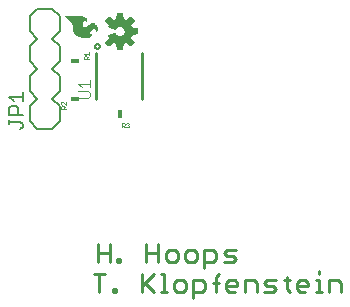
<source format=gbr>
G04 EAGLE Gerber RS-274X export*
G75*
%MOMM*%
%FSLAX34Y34*%
%LPD*%
%INSilkscreen Top*%
%IPPOS*%
%AMOC8*
5,1,8,0,0,1.08239X$1,22.5*%
G01*
%ADD10C,0.279400*%
%ADD11C,0.254000*%
%ADD12C,0.127000*%
%ADD13C,0.076200*%
%ADD14C,0.203200*%
%ADD15R,0.762000X0.457200*%
%ADD16C,0.025400*%
%ADD17R,0.457200X0.762000*%

G36*
X78135Y66930D02*
X78135Y66930D01*
X78243Y66944D01*
X78255Y66950D01*
X78269Y66952D01*
X78365Y67004D01*
X78462Y67051D01*
X78472Y67061D01*
X78484Y67067D01*
X78558Y67147D01*
X78635Y67223D01*
X78641Y67235D01*
X78651Y67246D01*
X78696Y67344D01*
X78744Y67441D01*
X78748Y67459D01*
X78752Y67468D01*
X78754Y67489D01*
X78773Y67586D01*
X79216Y71937D01*
X80375Y72308D01*
X80393Y72318D01*
X80490Y72356D01*
X81572Y72913D01*
X84962Y70149D01*
X85056Y70095D01*
X85148Y70038D01*
X85161Y70035D01*
X85173Y70028D01*
X85280Y70007D01*
X85385Y69982D01*
X85399Y69984D01*
X85413Y69981D01*
X85520Y69996D01*
X85628Y70006D01*
X85641Y70012D01*
X85655Y70014D01*
X85752Y70062D01*
X85851Y70107D01*
X85864Y70118D01*
X85873Y70122D01*
X85888Y70138D01*
X85965Y70200D01*
X88550Y72785D01*
X88613Y72874D01*
X88679Y72959D01*
X88684Y72972D01*
X88692Y72984D01*
X88723Y73087D01*
X88759Y73190D01*
X88759Y73204D01*
X88763Y73217D01*
X88759Y73325D01*
X88760Y73434D01*
X88755Y73447D01*
X88755Y73461D01*
X88717Y73563D01*
X88682Y73665D01*
X88673Y73680D01*
X88669Y73689D01*
X88655Y73706D01*
X88601Y73788D01*
X85837Y77178D01*
X86394Y78260D01*
X86400Y78280D01*
X86442Y78375D01*
X86813Y79534D01*
X91164Y79977D01*
X91268Y80005D01*
X91374Y80030D01*
X91386Y80037D01*
X91399Y80040D01*
X91489Y80101D01*
X91582Y80158D01*
X91590Y80169D01*
X91602Y80177D01*
X91668Y80263D01*
X91737Y80347D01*
X91741Y80360D01*
X91750Y80371D01*
X91784Y80474D01*
X91823Y80575D01*
X91824Y80593D01*
X91828Y80602D01*
X91828Y80624D01*
X91837Y80722D01*
X91837Y84378D01*
X91820Y84485D01*
X91806Y84593D01*
X91800Y84605D01*
X91798Y84619D01*
X91746Y84714D01*
X91699Y84812D01*
X91689Y84822D01*
X91683Y84834D01*
X91603Y84908D01*
X91527Y84985D01*
X91515Y84991D01*
X91505Y85001D01*
X91406Y85046D01*
X91309Y85094D01*
X91291Y85098D01*
X91282Y85102D01*
X91261Y85104D01*
X91164Y85123D01*
X86813Y85566D01*
X86442Y86725D01*
X86433Y86743D01*
X86394Y86840D01*
X85837Y87922D01*
X88601Y91312D01*
X88655Y91406D01*
X88712Y91498D01*
X88715Y91511D01*
X88722Y91523D01*
X88743Y91630D01*
X88768Y91735D01*
X88766Y91749D01*
X88769Y91763D01*
X88754Y91870D01*
X88744Y91978D01*
X88738Y91991D01*
X88736Y92005D01*
X88688Y92102D01*
X88643Y92201D01*
X88632Y92214D01*
X88628Y92223D01*
X88612Y92238D01*
X88550Y92315D01*
X85965Y94900D01*
X85876Y94963D01*
X85791Y95029D01*
X85778Y95034D01*
X85766Y95042D01*
X85663Y95073D01*
X85560Y95109D01*
X85546Y95109D01*
X85533Y95113D01*
X85425Y95109D01*
X85316Y95110D01*
X85303Y95105D01*
X85289Y95105D01*
X85187Y95067D01*
X85085Y95032D01*
X85070Y95023D01*
X85061Y95019D01*
X85044Y95005D01*
X84962Y94951D01*
X81572Y92187D01*
X80490Y92744D01*
X80470Y92750D01*
X80375Y92792D01*
X79216Y93163D01*
X78773Y97514D01*
X78745Y97618D01*
X78720Y97724D01*
X78713Y97736D01*
X78710Y97749D01*
X78649Y97839D01*
X78592Y97932D01*
X78581Y97940D01*
X78573Y97952D01*
X78487Y98018D01*
X78403Y98087D01*
X78390Y98091D01*
X78379Y98100D01*
X78276Y98134D01*
X78175Y98173D01*
X78157Y98174D01*
X78148Y98178D01*
X78126Y98178D01*
X78028Y98187D01*
X74372Y98187D01*
X74265Y98170D01*
X74157Y98156D01*
X74145Y98150D01*
X74131Y98148D01*
X74035Y98096D01*
X73938Y98049D01*
X73928Y98039D01*
X73916Y98033D01*
X73842Y97953D01*
X73765Y97877D01*
X73759Y97865D01*
X73749Y97855D01*
X73704Y97756D01*
X73656Y97659D01*
X73652Y97641D01*
X73648Y97632D01*
X73646Y97611D01*
X73627Y97514D01*
X73184Y93163D01*
X72025Y92792D01*
X72007Y92782D01*
X71910Y92744D01*
X70828Y92187D01*
X67438Y94951D01*
X67344Y95005D01*
X67252Y95062D01*
X67239Y95065D01*
X67227Y95072D01*
X67120Y95093D01*
X67015Y95118D01*
X67001Y95116D01*
X66987Y95119D01*
X66880Y95104D01*
X66772Y95094D01*
X66759Y95088D01*
X66746Y95086D01*
X66648Y95038D01*
X66549Y94993D01*
X66536Y94982D01*
X66527Y94978D01*
X66512Y94962D01*
X66435Y94900D01*
X63850Y92315D01*
X63787Y92226D01*
X63721Y92141D01*
X63716Y92128D01*
X63708Y92116D01*
X63677Y92013D01*
X63641Y91910D01*
X63641Y91896D01*
X63637Y91883D01*
X63641Y91775D01*
X63640Y91666D01*
X63645Y91653D01*
X63645Y91639D01*
X63683Y91537D01*
X63718Y91435D01*
X63727Y91420D01*
X63731Y91411D01*
X63745Y91394D01*
X63799Y91312D01*
X66563Y87922D01*
X66006Y86840D01*
X65989Y86787D01*
X65963Y86738D01*
X65952Y86672D01*
X65931Y86608D01*
X65932Y86552D01*
X65923Y86498D01*
X65934Y86431D01*
X65935Y86364D01*
X65953Y86312D01*
X65962Y86257D01*
X65994Y86197D01*
X66017Y86134D01*
X66051Y86091D01*
X66077Y86042D01*
X66126Y85995D01*
X66168Y85943D01*
X66215Y85913D01*
X66255Y85875D01*
X66360Y85818D01*
X66373Y85810D01*
X66378Y85809D01*
X66385Y85805D01*
X71582Y83652D01*
X71682Y83629D01*
X71780Y83600D01*
X71800Y83601D01*
X71820Y83596D01*
X71922Y83606D01*
X72024Y83611D01*
X72043Y83618D01*
X72063Y83620D01*
X72156Y83662D01*
X72252Y83700D01*
X72267Y83713D01*
X72285Y83721D01*
X72360Y83791D01*
X72438Y83857D01*
X72453Y83878D01*
X72463Y83888D01*
X72475Y83909D01*
X72523Y83978D01*
X73018Y84862D01*
X73645Y85541D01*
X74414Y86055D01*
X75282Y86375D01*
X76199Y86483D01*
X77134Y86370D01*
X78015Y86039D01*
X78792Y85507D01*
X79421Y84806D01*
X79864Y83976D01*
X80098Y83064D01*
X80108Y82123D01*
X79894Y81206D01*
X79469Y80366D01*
X78856Y79652D01*
X78091Y79103D01*
X77217Y78752D01*
X76285Y78619D01*
X75348Y78711D01*
X74460Y79023D01*
X73672Y79538D01*
X73028Y80225D01*
X72522Y81124D01*
X72458Y81203D01*
X72399Y81285D01*
X72382Y81298D01*
X72369Y81314D01*
X72284Y81368D01*
X72201Y81428D01*
X72181Y81434D01*
X72163Y81445D01*
X72065Y81469D01*
X71968Y81499D01*
X71947Y81498D01*
X71926Y81503D01*
X71825Y81494D01*
X71724Y81491D01*
X71698Y81483D01*
X71683Y81482D01*
X71661Y81472D01*
X71582Y81448D01*
X66385Y79295D01*
X66338Y79266D01*
X66286Y79245D01*
X66235Y79202D01*
X66178Y79166D01*
X66143Y79123D01*
X66100Y79087D01*
X66066Y79030D01*
X66023Y78978D01*
X66004Y78926D01*
X65975Y78878D01*
X65961Y78812D01*
X65937Y78749D01*
X65935Y78694D01*
X65924Y78640D01*
X65931Y78573D01*
X65929Y78506D01*
X65945Y78452D01*
X65952Y78397D01*
X65996Y78286D01*
X66000Y78272D01*
X66003Y78268D01*
X66006Y78260D01*
X66563Y77178D01*
X63799Y73788D01*
X63745Y73694D01*
X63688Y73602D01*
X63685Y73589D01*
X63678Y73577D01*
X63657Y73470D01*
X63632Y73365D01*
X63634Y73351D01*
X63631Y73337D01*
X63646Y73230D01*
X63656Y73122D01*
X63662Y73109D01*
X63664Y73096D01*
X63712Y72998D01*
X63757Y72899D01*
X63768Y72886D01*
X63772Y72877D01*
X63788Y72862D01*
X63850Y72785D01*
X66435Y70200D01*
X66524Y70137D01*
X66609Y70071D01*
X66622Y70066D01*
X66634Y70058D01*
X66737Y70027D01*
X66840Y69991D01*
X66854Y69991D01*
X66867Y69987D01*
X66975Y69991D01*
X67084Y69990D01*
X67097Y69995D01*
X67111Y69995D01*
X67213Y70033D01*
X67315Y70068D01*
X67330Y70077D01*
X67339Y70081D01*
X67356Y70095D01*
X67438Y70149D01*
X70828Y72913D01*
X71910Y72356D01*
X71930Y72350D01*
X72025Y72308D01*
X73184Y71937D01*
X73627Y67586D01*
X73655Y67482D01*
X73680Y67376D01*
X73687Y67364D01*
X73690Y67351D01*
X73751Y67261D01*
X73808Y67168D01*
X73819Y67160D01*
X73827Y67148D01*
X73913Y67082D01*
X73997Y67014D01*
X74010Y67009D01*
X74021Y67000D01*
X74124Y66966D01*
X74225Y66927D01*
X74243Y66926D01*
X74252Y66922D01*
X74274Y66923D01*
X74372Y66913D01*
X78028Y66913D01*
X78135Y66930D01*
G37*
G36*
X47654Y76531D02*
X47654Y76531D01*
X47663Y76535D01*
X47675Y76533D01*
X48714Y76740D01*
X48722Y76745D01*
X48733Y76745D01*
X49730Y77103D01*
X49737Y77109D01*
X49748Y77110D01*
X50682Y77612D01*
X50689Y77621D01*
X50701Y77624D01*
X51838Y78531D01*
X51844Y78542D01*
X51857Y78549D01*
X52778Y79675D01*
X52790Y79718D01*
X52806Y79759D01*
X52804Y79764D01*
X52805Y79770D01*
X52784Y79808D01*
X52765Y79848D01*
X52759Y79851D01*
X52757Y79855D01*
X52728Y79863D01*
X52680Y79881D01*
X51800Y79881D01*
X51680Y79897D01*
X51577Y79941D01*
X51237Y80215D01*
X50989Y80576D01*
X50924Y80750D01*
X50866Y81289D01*
X50964Y81818D01*
X51213Y82306D01*
X51864Y83208D01*
X52218Y83620D01*
X52628Y83971D01*
X53086Y84254D01*
X53580Y84460D01*
X53880Y84519D01*
X54183Y84507D01*
X54702Y84350D01*
X55162Y84064D01*
X55532Y83669D01*
X55787Y83188D01*
X55926Y82698D01*
X55983Y82187D01*
X55983Y81584D01*
X55983Y81583D01*
X55992Y81562D01*
X56021Y81493D01*
X56113Y81458D01*
X56123Y81462D01*
X56198Y81496D01*
X56201Y81498D01*
X56202Y81499D01*
X56203Y81500D01*
X56223Y81521D01*
X56226Y81528D01*
X56234Y81532D01*
X56572Y81967D01*
X56576Y81982D01*
X56588Y81994D01*
X56809Y82498D01*
X56809Y82499D01*
X56961Y82855D01*
X57062Y83083D01*
X57063Y83094D01*
X57069Y83103D01*
X57289Y83981D01*
X57288Y83990D01*
X57292Y84000D01*
X57378Y84900D01*
X57374Y84910D01*
X57378Y84922D01*
X57312Y85790D01*
X57306Y85801D01*
X57307Y85814D01*
X57076Y86654D01*
X57068Y86664D01*
X57067Y86677D01*
X56679Y87457D01*
X56671Y87464D01*
X56668Y87475D01*
X56108Y88252D01*
X56101Y88256D01*
X56097Y88265D01*
X55439Y88961D01*
X55428Y88966D01*
X55420Y88977D01*
X54817Y89408D01*
X54802Y89411D01*
X54789Y89423D01*
X54097Y89690D01*
X54081Y89690D01*
X54066Y89698D01*
X53329Y89785D01*
X53314Y89780D01*
X53297Y89784D01*
X52562Y89685D01*
X52549Y89677D01*
X52532Y89677D01*
X51844Y89397D01*
X51835Y89388D01*
X51821Y89385D01*
X50063Y88198D01*
X50058Y88190D01*
X50047Y88186D01*
X48506Y86733D01*
X48071Y86363D01*
X47568Y86123D01*
X47020Y86021D01*
X46464Y86064D01*
X45939Y86250D01*
X45479Y86565D01*
X45114Y86990D01*
X44821Y87533D01*
X44623Y88119D01*
X44526Y88729D01*
X44561Y89440D01*
X44768Y90118D01*
X45133Y90724D01*
X45461Y91037D01*
X45865Y91243D01*
X46281Y91336D01*
X46709Y91336D01*
X47124Y91243D01*
X47262Y91171D01*
X47376Y91053D01*
X47975Y90229D01*
X48046Y90096D01*
X48074Y89958D01*
X48058Y89800D01*
X48072Y89757D01*
X48083Y89712D01*
X48087Y89710D01*
X48088Y89706D01*
X48129Y89686D01*
X48168Y89663D01*
X48172Y89664D01*
X48176Y89662D01*
X48219Y89677D01*
X48263Y89690D01*
X48265Y89693D01*
X48269Y89695D01*
X48288Y89732D01*
X48309Y89768D01*
X48385Y90251D01*
X48384Y90256D01*
X48386Y90261D01*
X48459Y91201D01*
X48456Y91210D01*
X48459Y91221D01*
X48386Y92161D01*
X48381Y92171D01*
X48382Y92183D01*
X48198Y92882D01*
X48190Y92892D01*
X48189Y92906D01*
X47868Y93554D01*
X47859Y93562D01*
X47855Y93576D01*
X47410Y94146D01*
X47399Y94152D01*
X47393Y94164D01*
X46843Y94634D01*
X46831Y94638D01*
X46822Y94649D01*
X46090Y95050D01*
X46077Y95051D01*
X46066Y95060D01*
X45267Y95300D01*
X45254Y95299D01*
X45241Y95305D01*
X44410Y95375D01*
X44404Y95373D01*
X44399Y95375D01*
X29235Y95375D01*
X29230Y95373D01*
X29226Y95375D01*
X29186Y95354D01*
X29144Y95337D01*
X29143Y95332D01*
X29138Y95330D01*
X29125Y95287D01*
X29109Y95245D01*
X29111Y95240D01*
X29109Y95236D01*
X29145Y95166D01*
X29150Y95156D01*
X29151Y95155D01*
X34633Y90283D01*
X35415Y89429D01*
X36004Y88439D01*
X36131Y88088D01*
X36196Y87720D01*
X36196Y85445D01*
X36198Y85440D01*
X36196Y85434D01*
X36320Y84070D01*
X36326Y84060D01*
X36324Y84048D01*
X36692Y82729D01*
X36700Y82721D01*
X36701Y82708D01*
X37301Y81478D01*
X37308Y81471D01*
X37311Y81460D01*
X38128Y80303D01*
X38136Y80298D01*
X38139Y80289D01*
X39111Y79258D01*
X39119Y79254D01*
X39124Y79246D01*
X40231Y78361D01*
X40241Y78359D01*
X40248Y78350D01*
X41929Y77403D01*
X41940Y77402D01*
X41950Y77394D01*
X43774Y76766D01*
X43785Y76767D01*
X43796Y76760D01*
X45703Y76472D01*
X45714Y76475D01*
X45726Y76471D01*
X47654Y76531D01*
G37*
D10*
X57680Y-112903D02*
X57680Y-97904D01*
X57680Y-105404D02*
X67679Y-105404D01*
X67679Y-112903D02*
X67679Y-97904D01*
X74052Y-110403D02*
X74052Y-112903D01*
X74052Y-110403D02*
X76551Y-110403D01*
X76551Y-112903D01*
X74052Y-112903D01*
X98609Y-112903D02*
X98609Y-97904D01*
X98609Y-105404D02*
X108608Y-105404D01*
X108608Y-112903D02*
X108608Y-97904D01*
X117480Y-112903D02*
X122480Y-112903D01*
X124980Y-110403D01*
X124980Y-105404D01*
X122480Y-102904D01*
X117480Y-102904D01*
X114981Y-105404D01*
X114981Y-110403D01*
X117480Y-112903D01*
X133852Y-112903D02*
X138852Y-112903D01*
X141351Y-110403D01*
X141351Y-105404D01*
X138852Y-102904D01*
X133852Y-102904D01*
X131352Y-105404D01*
X131352Y-110403D01*
X133852Y-112903D01*
X147724Y-117903D02*
X147724Y-102904D01*
X155223Y-102904D01*
X157723Y-105404D01*
X157723Y-110403D01*
X155223Y-112903D01*
X147724Y-112903D01*
X164095Y-112903D02*
X171595Y-112903D01*
X174094Y-110403D01*
X171595Y-107903D01*
X166595Y-107903D01*
X164095Y-105404D01*
X166595Y-102904D01*
X174094Y-102904D01*
X58807Y-123304D02*
X58807Y-138303D01*
X53808Y-123304D02*
X63807Y-123304D01*
X70179Y-135803D02*
X70179Y-138303D01*
X70179Y-135803D02*
X72679Y-135803D01*
X72679Y-138303D01*
X70179Y-138303D01*
X94737Y-138303D02*
X94737Y-123304D01*
X94737Y-133303D02*
X104736Y-123304D01*
X97236Y-130804D02*
X104736Y-138303D01*
X111108Y-123304D02*
X113608Y-123304D01*
X113608Y-138303D01*
X111108Y-138303D02*
X116108Y-138303D01*
X124522Y-138303D02*
X129522Y-138303D01*
X132022Y-135803D01*
X132022Y-130804D01*
X129522Y-128304D01*
X124522Y-128304D01*
X122023Y-130804D01*
X122023Y-135803D01*
X124522Y-138303D01*
X138394Y-143303D02*
X138394Y-128304D01*
X145894Y-128304D01*
X148393Y-130804D01*
X148393Y-135803D01*
X145894Y-138303D01*
X138394Y-138303D01*
X157265Y-138303D02*
X157265Y-125804D01*
X159765Y-123304D01*
X159765Y-130804D02*
X154766Y-130804D01*
X168180Y-138303D02*
X173179Y-138303D01*
X168180Y-138303D02*
X165680Y-135803D01*
X165680Y-130804D01*
X168180Y-128304D01*
X173179Y-128304D01*
X175679Y-130804D01*
X175679Y-133303D01*
X165680Y-133303D01*
X182052Y-138303D02*
X182052Y-128304D01*
X189551Y-128304D01*
X192051Y-130804D01*
X192051Y-138303D01*
X198423Y-138303D02*
X205923Y-138303D01*
X208422Y-135803D01*
X205923Y-133303D01*
X200923Y-133303D01*
X198423Y-130804D01*
X200923Y-128304D01*
X208422Y-128304D01*
X217295Y-125804D02*
X217295Y-135803D01*
X219794Y-138303D01*
X219794Y-128304D02*
X214795Y-128304D01*
X228209Y-138303D02*
X233209Y-138303D01*
X228209Y-138303D02*
X225709Y-135803D01*
X225709Y-130804D01*
X228209Y-128304D01*
X233209Y-128304D01*
X235708Y-130804D01*
X235708Y-133303D01*
X225709Y-133303D01*
X242081Y-128304D02*
X244580Y-128304D01*
X244580Y-138303D01*
X242081Y-138303D02*
X247080Y-138303D01*
X244580Y-123304D02*
X244580Y-120804D01*
X252995Y-128304D02*
X252995Y-138303D01*
X252995Y-128304D02*
X260494Y-128304D01*
X262994Y-130804D01*
X262994Y-138303D01*
D11*
X95250Y25400D02*
X95250Y64400D01*
X56250Y64400D02*
X56250Y25400D01*
D12*
X55150Y69850D02*
X55152Y69939D01*
X55158Y70028D01*
X55168Y70117D01*
X55182Y70205D01*
X55199Y70292D01*
X55221Y70378D01*
X55247Y70464D01*
X55276Y70548D01*
X55309Y70631D01*
X55345Y70712D01*
X55386Y70792D01*
X55429Y70869D01*
X55476Y70945D01*
X55527Y71018D01*
X55580Y71089D01*
X55637Y71158D01*
X55697Y71224D01*
X55760Y71288D01*
X55825Y71348D01*
X55893Y71406D01*
X55964Y71460D01*
X56037Y71511D01*
X56112Y71559D01*
X56189Y71604D01*
X56268Y71645D01*
X56349Y71682D01*
X56431Y71716D01*
X56515Y71747D01*
X56600Y71773D01*
X56686Y71796D01*
X56773Y71814D01*
X56861Y71829D01*
X56950Y71840D01*
X57039Y71847D01*
X57128Y71850D01*
X57217Y71849D01*
X57306Y71844D01*
X57394Y71835D01*
X57483Y71822D01*
X57570Y71805D01*
X57657Y71785D01*
X57743Y71760D01*
X57827Y71732D01*
X57910Y71700D01*
X57992Y71664D01*
X58072Y71625D01*
X58150Y71582D01*
X58226Y71536D01*
X58300Y71486D01*
X58372Y71433D01*
X58441Y71377D01*
X58508Y71318D01*
X58572Y71256D01*
X58633Y71192D01*
X58692Y71124D01*
X58747Y71054D01*
X58799Y70982D01*
X58848Y70907D01*
X58893Y70831D01*
X58935Y70752D01*
X58973Y70672D01*
X59008Y70590D01*
X59039Y70506D01*
X59067Y70421D01*
X59090Y70335D01*
X59110Y70248D01*
X59126Y70161D01*
X59138Y70072D01*
X59146Y69984D01*
X59150Y69895D01*
X59150Y69805D01*
X59146Y69716D01*
X59138Y69628D01*
X59126Y69539D01*
X59110Y69452D01*
X59090Y69365D01*
X59067Y69279D01*
X59039Y69194D01*
X59008Y69110D01*
X58973Y69028D01*
X58935Y68948D01*
X58893Y68869D01*
X58848Y68793D01*
X58799Y68718D01*
X58747Y68646D01*
X58692Y68576D01*
X58633Y68508D01*
X58572Y68444D01*
X58508Y68382D01*
X58441Y68323D01*
X58372Y68267D01*
X58300Y68214D01*
X58226Y68164D01*
X58150Y68118D01*
X58072Y68075D01*
X57992Y68036D01*
X57910Y68000D01*
X57827Y67968D01*
X57743Y67940D01*
X57657Y67915D01*
X57570Y67895D01*
X57483Y67878D01*
X57394Y67865D01*
X57306Y67856D01*
X57217Y67851D01*
X57128Y67850D01*
X57039Y67853D01*
X56950Y67860D01*
X56861Y67871D01*
X56773Y67886D01*
X56686Y67904D01*
X56600Y67927D01*
X56515Y67953D01*
X56431Y67984D01*
X56349Y68018D01*
X56268Y68055D01*
X56189Y68096D01*
X56112Y68141D01*
X56037Y68189D01*
X55964Y68240D01*
X55893Y68294D01*
X55825Y68352D01*
X55760Y68412D01*
X55697Y68476D01*
X55637Y68542D01*
X55580Y68611D01*
X55527Y68682D01*
X55476Y68755D01*
X55429Y68831D01*
X55386Y68908D01*
X55345Y68988D01*
X55309Y69069D01*
X55276Y69152D01*
X55247Y69236D01*
X55221Y69322D01*
X55199Y69408D01*
X55182Y69495D01*
X55168Y69583D01*
X55158Y69672D01*
X55152Y69761D01*
X55150Y69850D01*
D13*
X48851Y25781D02*
X41013Y25781D01*
X48851Y25781D02*
X50419Y27349D01*
X50419Y30484D01*
X48851Y32052D01*
X41013Y32052D01*
X44148Y35136D02*
X41013Y38272D01*
X50419Y38272D01*
X50419Y41407D02*
X50419Y35136D01*
D14*
X0Y82550D02*
X0Y95250D01*
X6350Y101600D01*
X19050Y101600D02*
X25400Y95250D01*
X0Y57150D02*
X6350Y50800D01*
X0Y57150D02*
X0Y69850D01*
X6350Y76200D01*
X19050Y76200D02*
X25400Y69850D01*
X25400Y57150D01*
X19050Y50800D01*
X6350Y76200D02*
X0Y82550D01*
X19050Y76200D02*
X25400Y82550D01*
X25400Y95250D01*
X0Y19050D02*
X0Y6350D01*
X0Y19050D02*
X6350Y25400D01*
X19050Y25400D02*
X25400Y19050D01*
X6350Y25400D02*
X0Y31750D01*
X0Y44450D01*
X6350Y50800D01*
X19050Y50800D02*
X25400Y44450D01*
X25400Y31750D01*
X19050Y25400D01*
X19050Y0D02*
X6350Y0D01*
X0Y6350D01*
X19050Y0D02*
X25400Y6350D01*
X25400Y19050D01*
X19050Y101600D02*
X6350Y101600D01*
D12*
X-6223Y1780D02*
X-8130Y-127D01*
X-6223Y1780D02*
X-6223Y3686D01*
X-8130Y5593D01*
X-17663Y5593D01*
X-17663Y3686D02*
X-17663Y7500D01*
X-17663Y11567D02*
X-6223Y11567D01*
X-17663Y11567D02*
X-17663Y17287D01*
X-15756Y19193D01*
X-11943Y19193D01*
X-10036Y17287D01*
X-10036Y11567D01*
X-13850Y23261D02*
X-17663Y27074D01*
X-6223Y27074D01*
X-6223Y23261D02*
X-6223Y30887D01*
D15*
X38100Y57150D03*
D16*
X45844Y58683D02*
X49657Y58683D01*
X45844Y58683D02*
X45844Y60589D01*
X46479Y61225D01*
X47750Y61225D01*
X48386Y60589D01*
X48386Y58683D01*
X48386Y59954D02*
X49657Y61225D01*
X47115Y62425D02*
X45844Y63696D01*
X49657Y63696D01*
X49657Y62425D02*
X49657Y64967D01*
D15*
X38100Y25400D03*
D16*
X30353Y16637D02*
X26540Y16637D01*
X26540Y18544D01*
X27175Y19179D01*
X28446Y19179D01*
X29082Y18544D01*
X29082Y16637D01*
X29082Y17908D02*
X30353Y19179D01*
X30353Y20379D02*
X30353Y22921D01*
X30353Y20379D02*
X27811Y22921D01*
X27175Y22921D01*
X26540Y22286D01*
X26540Y21015D01*
X27175Y20379D01*
D17*
X76200Y12700D03*
D16*
X77733Y4956D02*
X77733Y1143D01*
X77733Y4956D02*
X79639Y4956D01*
X80275Y4321D01*
X80275Y3050D01*
X79639Y2414D01*
X77733Y2414D01*
X79004Y2414D02*
X80275Y1143D01*
X81475Y4321D02*
X82110Y4956D01*
X83382Y4956D01*
X84017Y4321D01*
X84017Y3685D01*
X83382Y3050D01*
X82746Y3050D01*
X83382Y3050D02*
X84017Y2414D01*
X84017Y1779D01*
X83382Y1143D01*
X82110Y1143D01*
X81475Y1779D01*
M02*

</source>
